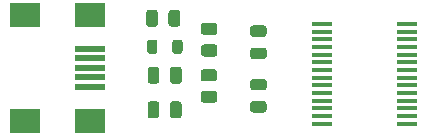
<source format=gtp>
%TF.GenerationSoftware,KiCad,Pcbnew,(5.1.8)-1*%
%TF.CreationDate,2021-01-30T22:15:32+07:00*%
%TF.ProjectId,TTL232,54544c32-3332-42e6-9b69-6361645f7063,rev?*%
%TF.SameCoordinates,Original*%
%TF.FileFunction,Paste,Top*%
%TF.FilePolarity,Positive*%
%FSLAX46Y46*%
G04 Gerber Fmt 4.6, Leading zero omitted, Abs format (unit mm)*
G04 Created by KiCad (PCBNEW (5.1.8)-1) date 2021-01-30 22:15:32*
%MOMM*%
%LPD*%
G01*
G04 APERTURE LIST*
%ADD10R,1.750000X0.450000*%
%ADD11R,2.499360X0.497840*%
%ADD12R,2.499360X1.998980*%
G04 APERTURE END LIST*
D10*
%TO.C,U1*%
X151340000Y-68106000D03*
X151340000Y-67456000D03*
X151340000Y-66806000D03*
X151340000Y-66156000D03*
X151340000Y-65506000D03*
X151340000Y-64856000D03*
X151340000Y-64206000D03*
X151340000Y-63556000D03*
X151340000Y-62906000D03*
X151340000Y-62256000D03*
X151340000Y-61606000D03*
X151340000Y-60956000D03*
X151340000Y-60306000D03*
X151340000Y-59656000D03*
X158540000Y-59656000D03*
X158540000Y-60306000D03*
X158540000Y-60956000D03*
X158540000Y-61606000D03*
X158540000Y-62256000D03*
X158540000Y-62906000D03*
X158540000Y-63556000D03*
X158540000Y-64206000D03*
X158540000Y-64856000D03*
X158540000Y-65506000D03*
X158540000Y-66156000D03*
X158540000Y-66806000D03*
X158540000Y-67456000D03*
X158540000Y-68106000D03*
%TD*%
%TO.C,R2*%
G36*
G01*
X142204001Y-60592000D02*
X141303999Y-60592000D01*
G75*
G02*
X141054000Y-60342001I0J249999D01*
G01*
X141054000Y-59816999D01*
G75*
G02*
X141303999Y-59567000I249999J0D01*
G01*
X142204001Y-59567000D01*
G75*
G02*
X142454000Y-59816999I0J-249999D01*
G01*
X142454000Y-60342001D01*
G75*
G02*
X142204001Y-60592000I-249999J0D01*
G01*
G37*
G36*
G01*
X142204001Y-62417000D02*
X141303999Y-62417000D01*
G75*
G02*
X141054000Y-62167001I0J249999D01*
G01*
X141054000Y-61641999D01*
G75*
G02*
X141303999Y-61392000I249999J0D01*
G01*
X142204001Y-61392000D01*
G75*
G02*
X142454000Y-61641999I0J-249999D01*
G01*
X142454000Y-62167001D01*
G75*
G02*
X142204001Y-62417000I-249999J0D01*
G01*
G37*
%TD*%
%TO.C,R1*%
G36*
G01*
X142182001Y-64520500D02*
X141281999Y-64520500D01*
G75*
G02*
X141032000Y-64270501I0J249999D01*
G01*
X141032000Y-63745499D01*
G75*
G02*
X141281999Y-63495500I249999J0D01*
G01*
X142182001Y-63495500D01*
G75*
G02*
X142432000Y-63745499I0J-249999D01*
G01*
X142432000Y-64270501D01*
G75*
G02*
X142182001Y-64520500I-249999J0D01*
G01*
G37*
G36*
G01*
X142182001Y-66345500D02*
X141281999Y-66345500D01*
G75*
G02*
X141032000Y-66095501I0J249999D01*
G01*
X141032000Y-65570499D01*
G75*
G02*
X141281999Y-65320500I249999J0D01*
G01*
X142182001Y-65320500D01*
G75*
G02*
X142432000Y-65570499I0J-249999D01*
G01*
X142432000Y-66095501D01*
G75*
G02*
X142182001Y-66345500I-249999J0D01*
G01*
G37*
%TD*%
D11*
%TO.C,J1*%
X131658360Y-63373000D03*
X131658360Y-62575440D03*
X131658360Y-64970660D03*
X131658360Y-64170560D03*
D12*
X126159260Y-67871340D03*
X126159260Y-58874660D03*
X131658360Y-67871340D03*
X131658360Y-58874660D03*
D11*
X131658360Y-61775340D03*
%TD*%
%TO.C,FB1*%
G36*
G01*
X138627500Y-61976250D02*
X138627500Y-61213750D01*
G75*
G02*
X138846250Y-60995000I218750J0D01*
G01*
X139283750Y-60995000D01*
G75*
G02*
X139502500Y-61213750I0J-218750D01*
G01*
X139502500Y-61976250D01*
G75*
G02*
X139283750Y-62195000I-218750J0D01*
G01*
X138846250Y-62195000D01*
G75*
G02*
X138627500Y-61976250I0J218750D01*
G01*
G37*
G36*
G01*
X136502500Y-61976250D02*
X136502500Y-61213750D01*
G75*
G02*
X136721250Y-60995000I218750J0D01*
G01*
X137158750Y-60995000D01*
G75*
G02*
X137377500Y-61213750I0J-218750D01*
G01*
X137377500Y-61976250D01*
G75*
G02*
X137158750Y-62195000I-218750J0D01*
G01*
X136721250Y-62195000D01*
G75*
G02*
X136502500Y-61976250I0J218750D01*
G01*
G37*
%TD*%
%TO.C,D2*%
G36*
G01*
X146379250Y-65287500D02*
X145466750Y-65287500D01*
G75*
G02*
X145223000Y-65043750I0J243750D01*
G01*
X145223000Y-64556250D01*
G75*
G02*
X145466750Y-64312500I243750J0D01*
G01*
X146379250Y-64312500D01*
G75*
G02*
X146623000Y-64556250I0J-243750D01*
G01*
X146623000Y-65043750D01*
G75*
G02*
X146379250Y-65287500I-243750J0D01*
G01*
G37*
G36*
G01*
X146379250Y-67162500D02*
X145466750Y-67162500D01*
G75*
G02*
X145223000Y-66918750I0J243750D01*
G01*
X145223000Y-66431250D01*
G75*
G02*
X145466750Y-66187500I243750J0D01*
G01*
X146379250Y-66187500D01*
G75*
G02*
X146623000Y-66431250I0J-243750D01*
G01*
X146623000Y-66918750D01*
G75*
G02*
X146379250Y-67162500I-243750J0D01*
G01*
G37*
%TD*%
%TO.C,D1*%
G36*
G01*
X146379250Y-60764000D02*
X145466750Y-60764000D01*
G75*
G02*
X145223000Y-60520250I0J243750D01*
G01*
X145223000Y-60032750D01*
G75*
G02*
X145466750Y-59789000I243750J0D01*
G01*
X146379250Y-59789000D01*
G75*
G02*
X146623000Y-60032750I0J-243750D01*
G01*
X146623000Y-60520250D01*
G75*
G02*
X146379250Y-60764000I-243750J0D01*
G01*
G37*
G36*
G01*
X146379250Y-62639000D02*
X145466750Y-62639000D01*
G75*
G02*
X145223000Y-62395250I0J243750D01*
G01*
X145223000Y-61907750D01*
G75*
G02*
X145466750Y-61664000I243750J0D01*
G01*
X146379250Y-61664000D01*
G75*
G02*
X146623000Y-61907750I0J-243750D01*
G01*
X146623000Y-62395250D01*
G75*
G02*
X146379250Y-62639000I-243750J0D01*
G01*
G37*
%TD*%
%TO.C,C3*%
G36*
G01*
X138311000Y-59657000D02*
X138311000Y-58707000D01*
G75*
G02*
X138561000Y-58457000I250000J0D01*
G01*
X139061000Y-58457000D01*
G75*
G02*
X139311000Y-58707000I0J-250000D01*
G01*
X139311000Y-59657000D01*
G75*
G02*
X139061000Y-59907000I-250000J0D01*
G01*
X138561000Y-59907000D01*
G75*
G02*
X138311000Y-59657000I0J250000D01*
G01*
G37*
G36*
G01*
X136411000Y-59657000D02*
X136411000Y-58707000D01*
G75*
G02*
X136661000Y-58457000I250000J0D01*
G01*
X137161000Y-58457000D01*
G75*
G02*
X137411000Y-58707000I0J-250000D01*
G01*
X137411000Y-59657000D01*
G75*
G02*
X137161000Y-59907000I-250000J0D01*
G01*
X136661000Y-59907000D01*
G75*
G02*
X136411000Y-59657000I0J250000D01*
G01*
G37*
%TD*%
%TO.C,C2*%
G36*
G01*
X138438000Y-64483000D02*
X138438000Y-63533000D01*
G75*
G02*
X138688000Y-63283000I250000J0D01*
G01*
X139188000Y-63283000D01*
G75*
G02*
X139438000Y-63533000I0J-250000D01*
G01*
X139438000Y-64483000D01*
G75*
G02*
X139188000Y-64733000I-250000J0D01*
G01*
X138688000Y-64733000D01*
G75*
G02*
X138438000Y-64483000I0J250000D01*
G01*
G37*
G36*
G01*
X136538000Y-64483000D02*
X136538000Y-63533000D01*
G75*
G02*
X136788000Y-63283000I250000J0D01*
G01*
X137288000Y-63283000D01*
G75*
G02*
X137538000Y-63533000I0J-250000D01*
G01*
X137538000Y-64483000D01*
G75*
G02*
X137288000Y-64733000I-250000J0D01*
G01*
X136788000Y-64733000D01*
G75*
G02*
X136538000Y-64483000I0J250000D01*
G01*
G37*
%TD*%
%TO.C,C1*%
G36*
G01*
X138438000Y-67404000D02*
X138438000Y-66454000D01*
G75*
G02*
X138688000Y-66204000I250000J0D01*
G01*
X139188000Y-66204000D01*
G75*
G02*
X139438000Y-66454000I0J-250000D01*
G01*
X139438000Y-67404000D01*
G75*
G02*
X139188000Y-67654000I-250000J0D01*
G01*
X138688000Y-67654000D01*
G75*
G02*
X138438000Y-67404000I0J250000D01*
G01*
G37*
G36*
G01*
X136538000Y-67404000D02*
X136538000Y-66454000D01*
G75*
G02*
X136788000Y-66204000I250000J0D01*
G01*
X137288000Y-66204000D01*
G75*
G02*
X137538000Y-66454000I0J-250000D01*
G01*
X137538000Y-67404000D01*
G75*
G02*
X137288000Y-67654000I-250000J0D01*
G01*
X136788000Y-67654000D01*
G75*
G02*
X136538000Y-67404000I0J250000D01*
G01*
G37*
%TD*%
M02*

</source>
